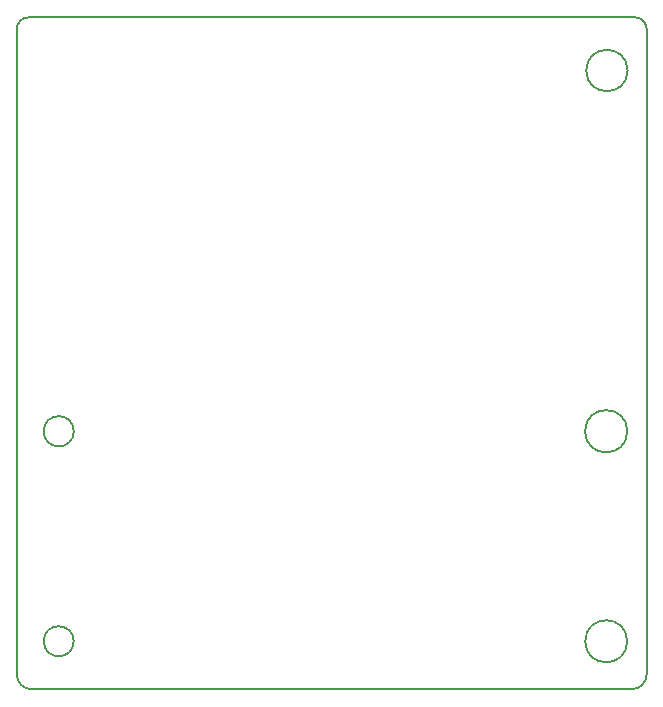
<source format=gbr>
G04 #@! TF.FileFunction,Profile,NP*
%FSLAX46Y46*%
G04 Gerber Fmt 4.6, Leading zero omitted, Abs format (unit mm)*
G04 Created by KiCad (PCBNEW 4.0.4-stable) date 04/18/19 20:28:09*
%MOMM*%
%LPD*%
G01*
G04 APERTURE LIST*
%ADD10C,0.100000*%
%ADD11C,0.150000*%
G04 APERTURE END LIST*
D10*
D11*
X98806000Y-34544000D02*
G75*
G03X97790000Y-35560000I0J-1016000D01*
G01*
X97790000Y-36576000D02*
X97790000Y-35560000D01*
X151130000Y-35560000D02*
G75*
G03X150114000Y-34544000I-1016000J0D01*
G01*
X98806000Y-34544000D02*
X150114000Y-34544000D01*
X151130000Y-36576000D02*
X151130000Y-35560000D01*
X149516226Y-39052500D02*
G75*
G03X149516226Y-39052500I-1751726J0D01*
G01*
X102623913Y-69596000D02*
G75*
G03X102623913Y-69596000I-1277913J0D01*
G01*
X149490303Y-69596000D02*
G75*
G03X149490303Y-69596000I-1789303J0D01*
G01*
X149480134Y-87376000D02*
G75*
G03X149480134Y-87376000I-1779134J0D01*
G01*
X102616000Y-87376000D02*
G75*
G03X102616000Y-87376000I-1270000J0D01*
G01*
X151130000Y-90170000D02*
X151130000Y-36576000D01*
X97790000Y-90170000D02*
X97790000Y-36576000D01*
X149860000Y-91440000D02*
G75*
G03X151130000Y-90170000I0J1270000D01*
G01*
X97790000Y-90170000D02*
G75*
G03X99060000Y-91440000I1270000J0D01*
G01*
X99060000Y-91440000D02*
X149860000Y-91440000D01*
M02*

</source>
